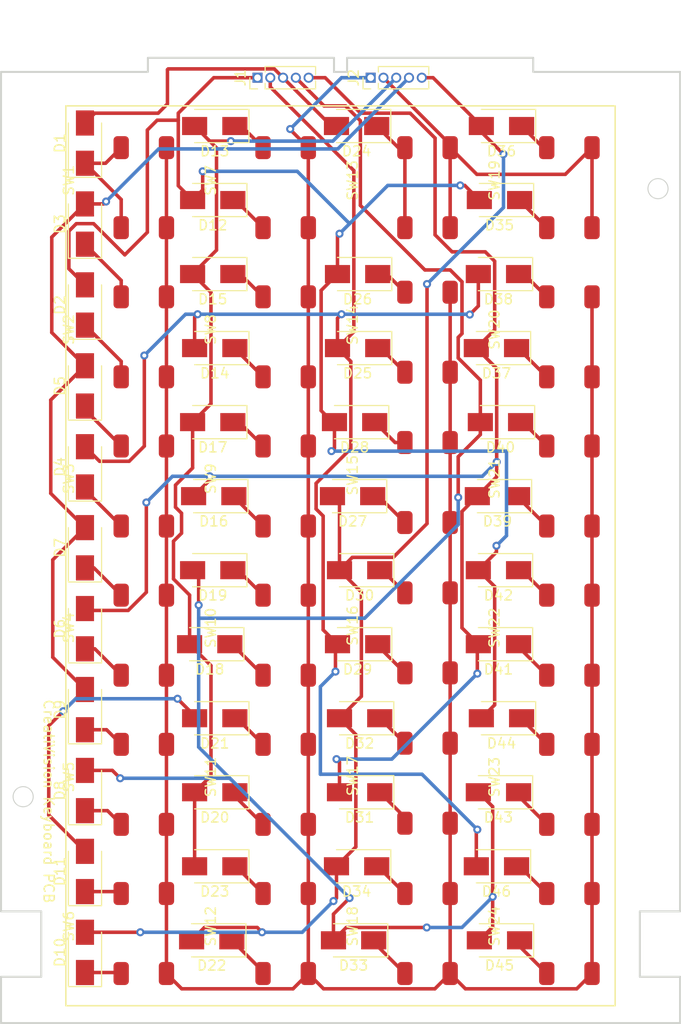
<source format=kicad_pcb>
(kicad_pcb (version 20211014) (generator pcbnew)
  (layers (0 "F.Cu" signal) (31 "B.Cu" signal) (34 "B.Paste" user) (35 "F.Paste" user) (36 "B.SilkS" user "B.Silkscreen") (37 "F.SilkS" user "F.Silkscreen") (38 "B.Mask" user) (39 "F.Mask" user) (44 "Edge.Cuts" user))
  (net 0 "")
  (net 1 "Net-(D1-Pad1)")
  (net 2 "Net-(D1-Pad2)")
  (net 3 "Net-(D2-Pad1)")
  (net 4 "Net-(D12-Pad2)")
  (net 5 "Net-(D3-Pad1)")
  (net 6 "Net-(D11-Pad2)")
  (net 7 "Net-(D4-Pad1)")
  (net 8 "Net-(D14-Pad2)")
  (net 9 "Net-(D5-Pad1)")
  (net 10 "Net-(D6-Pad1)")
  (net 11 "Net-(D16-Pad2)")
  (net 12 "Net-(D7-Pad1)")
  (net 13 "Net-(D8-Pad1)")
  (net 14 "Net-(D19-Pad2)")
  (net 15 "Net-(D9-Pad1)")
  (net 16 "Net-(D10-Pad1)")
  (net 17 "Net-(D10-Pad2)")
  (net 18 "Net-(D11-Pad1)")
  (net 19 "Net-(D12-Pad1)")
  (net 20 "Net-(D13-Pad1)")
  (net 21 "Net-(D13-Pad2)")
  (net 22 "Net-(D14-Pad1)")
  (net 23 "Net-(D15-Pad1)")
  (net 24 "Net-(D16-Pad1)")
  (net 25 "Net-(D17-Pad1)")
  (net 26 "Net-(D18-Pad1)")
  (net 27 "Net-(D19-Pad1)")
  (net 28 "Net-(D20-Pad1)")
  (net 29 "Net-(D21-Pad1)")
  (net 30 "Net-(D22-Pad1)")
  (net 31 "Net-(D23-Pad1)")
  (net 32 "Net-(D24-Pad1)")
  (net 33 "Net-(D25-Pad1)")
  (net 34 "Net-(D26-Pad1)")
  (net 35 "Net-(D27-Pad1)")
  (net 36 "Net-(D28-Pad1)")
  (net 37 "Net-(D29-Pad1)")
  (net 38 "Net-(D30-Pad1)")
  (net 39 "Net-(D31-Pad1)")
  (net 40 "Net-(D32-Pad1)")
  (net 41 "Net-(D33-Pad1)")
  (net 42 "Net-(D34-Pad1)")
  (net 43 "Net-(D35-Pad1)")
  (net 44 "Net-(D36-Pad1)")
  (net 45 "Net-(D37-Pad1)")
  (net 46 "Net-(D38-Pad1)")
  (net 47 "Net-(D39-Pad1)")
  (net 48 "Net-(D40-Pad1)")
  (net 49 "Net-(D41-Pad1)")
  (net 50 "Net-(D42-Pad1)")
  (net 51 "Net-(D43-Pad1)")
  (net 52 "Net-(D44-Pad1)")
  (net 53 "Net-(D45-Pad1)")
  (net 54 "Net-(D46-Pad1)")
  (net 55 "Net-(J2-Pad1)")
  (net 56 "Net-(J2-Pad2)")
  (footprint "Connector_PinHeader_1.27mm:PinHeader_1x05_P1.27mm_Vertical" (layer "F.Cu") (at 138.9 33.7 90)
    (fp_text reference "J2")
    (fp_text value "Conn_01x05_Female")
  )
  (footprint "Diode_SMD:D_SMA" (layer "F.Cu") (at 123.4 60.563635 180)
    (fp_text reference "D14")
    (fp_text value "CES521,L3F")
  )
  (footprint "CheshBits:Jaycar SMD Tactical switch" (layer "F.Cu") (at 109.4 118 90)
    (fp_text reference "SW6")
    (fp_text value "6A")
  )
  (footprint "CheshBits:Jaycar SMD Tactical switch" (layer "F.Cu") (at 151.7 88.36 90)
    (fp_text reference "SW22")
    (fp_text value "4D")
  )
  (footprint "Diode_SMD:D_SMA" (layer "F.Cu") (at 151.6 82.62727 180)
    (fp_text reference "D42")
    (fp_text value "CES521,L3F")
  )
  (footprint "Diode_SMD:D_SMA" (layer "F.Cu") (at 151.7 119.4 180)
    (fp_text reference "D45")
    (fp_text value "CES521,L3F")
  )
  (footprint "Diode_SMD:D_SMA" (layer "F.Cu") (at 137.8 82.62727 180)
    (fp_text reference "D30")
    (fp_text value "CES521,L3F")
  )
  (footprint "Diode_SMD:D_SMA" (layer "F.Cu") (at 110.5 104.52 90)
    (fp_text reference "D8")
    (fp_text value "CES521,L3F")
  )
  (footprint "Diode_SMD:D_SMA" (layer "F.Cu") (at 110.5 88.44 90)
    (fp_text reference "D6")
    (fp_text value "CES521,L3F")
  )
  (footprint "Diode_SMD:D_SMA" (layer "F.Cu") (at 151.7 45.854545 180)
    (fp_text reference "D35")
    (fp_text value "CES521,L3F")
  )
  (footprint "CheshBits:Jaycar SMD Tactical switch" (layer "F.Cu") (at 123.5 58.72 90)
    (fp_text reference "SW8")
    (fp_text value "2B")
  )
  (footprint "CheshBits:Jaycar SMD Tactical switch" (layer "F.Cu") (at 123.5 73.54 90)
    (fp_text reference "SW9")
    (fp_text value "3B")
  )
  (footprint "CheshBits:Jaycar SMD Tactical switch" (layer "F.Cu") (at 151.7 103.18 90)
    (fp_text reference "SW23")
    (fp_text value "5D")
  )
  (footprint "Diode_SMD:D_SMA" (layer "F.Cu") (at 110.5 40.2 90)
    (fp_text reference "D1")
    (fp_text value "CES521,L3F")
  )
  (footprint "Diode_SMD:D_SMA" (layer "F.Cu") (at 137.8 97.33636 180)
    (fp_text reference "D32")
    (fp_text value "CES521,L3F")
  )
  (footprint "CheshBits:Jaycar SMD Tactical switch" (layer "F.Cu") (at 109.4 73.54 90)
    (fp_text reference "SW3")
    (fp_text value "3A")
  )
  (footprint "Diode_SMD:D_SMA" (layer "F.Cu") (at 151.6 104.690905 180)
    (fp_text reference "D43")
    (fp_text value "CES521,L3F")
  )
  (footprint "Diode_SMD:D_SMA" (layer "F.Cu") (at 123.1 119.4 180)
    (fp_text reference "D22")
    (fp_text value "CES521,L3F")
  )
  (footprint "CheshBits:Jaycar SMD Tactical switch" (layer "F.Cu") (at 151.7 118 90)
    (fp_text reference "SW24")
    (fp_text value "6D")
  )
  (footprint "Diode_SMD:D_SMA" (layer "F.Cu") (at 110.5 120.6 90)
    (fp_text reference "D10")
    (fp_text value "CES521,L3F")
  )
  (footprint "CheshBits:Jaycar SMD Tactical switch" (layer "F.Cu") (at 123.5 103.18 90)
    (fp_text reference "SW11")
    (fp_text value "5B")
  )
  (footprint "CheshBits:Jaycar SMD Tactical switch" (layer "F.Cu") (at 109.4 58.72 90)
    (fp_text reference "SW2")
    (fp_text value "2A")
  )
  (footprint "Diode_SMD:D_SMA" (layer "F.Cu") (at 123.4 38.5 180)
    (fp_text reference "D13")
    (fp_text value "CES521,L3F")
  )
  (footprint "Diode_SMD:D_SMA" (layer "F.Cu") (at 110.5 96.48 90)
    (fp_text reference "D9")
    (fp_text value "CES521,L3F")
  )
  (footprint "Diode_SMD:D_SMA" (layer "F.Cu") (at 123.2 45.854545 180)
    (fp_text reference "D12")
    (fp_text value "CES521,L3F")
  )
  (footprint "Diode_SMD:D_SMA" (layer "F.Cu") (at 151.9 97.33636 180)
    (fp_text reference "D44")
    (fp_text value "CES521,L3F")
  )
  (footprint "Diode_SMD:D_SMA" (layer "F.Cu") (at 123.2 67.91818 180)
    (fp_text reference "D17")
    (fp_text value "CES521,L3F")
  )
  (footprint "Diode_SMD:D_SMA" (layer "F.Cu") (at 151.5 75.272725 180)
    (fp_text reference "D39")
    (fp_text value "CES521,L3F")
  )
  (footprint "Diode_SMD:D_SMA" (layer "F.Cu") (at 151.8 67.91818 180)
    (fp_text reference "D40")
    (fp_text value "CES521,L3F")
  )
  (footprint "CheshBits:Jaycar SMD Tactical switch" (layer "F.Cu") (at 151.7 43.9 90)
    (fp_text reference "SW19")
    (fp_text value "1D")
  )
  (footprint "Diode_SMD:D_SMA" (layer "F.Cu") (at 137.5 38.5 180)
    (fp_text reference "D24")
    (fp_text value "CES521,L3F")
  )
  (footprint "CheshBits:Jaycar SMD Tactical switch" (layer "F.Cu") (at 109.4 43.9 90)
    (fp_text reference "SW1")
    (fp_text value "1A")
  )
  (footprint "CheshBits:Jaycar SMD Tactical switch" (layer "F.Cu") (at 151.7 73.54 90)
    (fp_text reference "SW21")
    (fp_text value "3D")
  )
  (footprint "CheshBits:Jaycar SMD Tactical switch" (layer "F.Cu") (at 137.6 103.065 90)
    (fp_text reference "SW17")
    (fp_text value "5C")
  )
  (footprint "CheshBits:Jaycar SMD Tactical switch" (layer "F.Cu") (at 137.6 58.26 90)
    (fp_text reference "SW14")
    (fp_text value "2C")
  )
  (footprint "Diode_SMD:D_SMA" (layer "F.Cu") (at 137.6 53.20909 180)
    (fp_text reference "D26")
    (fp_text value "CES521,L3F")
  )
  (footprint "CheshBits:Jaycar SMD Tactical switch" (layer "F.Cu") (at 123.5 88.36 90)
    (fp_text reference "SW10")
    (fp_text value "4B")
  )
  (footprint "Diode_SMD:D_SMA" (layer "F.Cu") (at 151.6 53.20909 180)
    (fp_text reference "D38")
    (fp_text value "CES521,L3F")
  )
  (footprint "Diode_SMD:D_SMA" (layer "F.Cu") (at 110.5 48.24 90)
    (fp_text reference "D3")
    (fp_text value "CES521,L3F")
  )
  (footprint "Diode_SMD:D_SMA" (layer "F.Cu") (at 137.2 119.4 180)
    (fp_text reference "D33")
    (fp_text value "CES521,L3F")
  )
  (footprint "Diode_SMD:D_SMA" (layer "F.Cu") (at 110.5 64.32 90)
    (fp_text reference "D5")
    (fp_text value "CES521,L3F")
  )
  (footprint "Diode_SMD:D_SMA" (layer "F.Cu") (at 122.9 89.981815 180)
    (fp_text reference "D18")
    (fp_text value "CES521,L3F")
  )
  (footprint "Diode_SMD:D_SMA" (layer "F.Cu") (at 137.3 67.91818 180)
    (fp_text reference "D28")
    (fp_text value "CES521,L3F")
  )
  (footprint "CheshBits:Jaycar SMD Tactical switch" (layer "F.Cu") (at 109.4 88.36 90)
    (fp_text reference "SW4")
    (fp_text value "4A")
  )
  (footprint "CheshBits:Jaycar SMD Tactical switch" (layer "F.Cu") (at 123.5 118 90)
    (fp_text reference "SW12")
    (fp_text value "6B")
  )
  (footprint "Diode_SMD:D_SMA" (layer "F.Cu") (at 110.5 72.36 90)
    (fp_text reference "D4")
    (fp_text value "CES521,L3F")
  )
  (footprint "Diode_SMD:D_SMA" (layer "F.Cu") (at 110.5 112.56 90)
    (fp_text reference "D11")
    (fp_text value "CES521,L3F")
  )
  (footprint "Diode_SMD:D_SMA" (layer "F.Cu") (at 123.4 97.33636 180)
    (fp_text reference "D21")
    (fp_text value "CES521,L3F")
  )
  (footprint "Diode_SMD:D_SMA" (layer "F.Cu") (at 137.1 75.272725 180)
    (fp_text reference "D27")
    (fp_text value "CES521,L3F")
  )
  (footprint "CheshBits:Jaycar SMD Tactical switch" (layer "F.Cu") (at 137.6 88.13 90)
    (fp_text reference "SW16")
    (fp_text value "4C")
  )
  (footprint "Diode_SMD:D_SMA" (layer "F.Cu") (at 137.8 104.690905 180)
    (fp_text reference "D31")
    (fp_text value "CES521,L3F")
  )
  (footprint "Diode_SMD:D_SMA" (layer "F.Cu") (at 110.5 56.28 90)
    (fp_text reference "D2")
    (fp_text value "CES521,L3F")
  )
  (footprint "Diode_SMD:D_SMA" (layer "F.Cu") (at 110.5 80.4 90)
    (fp_text reference "D7")
    (fp_text value "CES521,L3F")
  )
  (footprint "Diode_SMD:D_SMA" (layer "F.Cu") (at 137.5 112.04545 180)
    (fp_text reference "D34")
    (fp_text value "CES521,L3F")
  )
  (footprint "Connector_PinHeader_1.27mm:PinHeader_1x05_P1.27mm_Vertical" (layer "F.Cu") (at 127.65 33.7 90)
    (fp_text reference "J1")
    (fp_text value "Conn_01x05_Female")
  )
  (footprint "Diode_SMD:D_SMA" (layer "F.Cu") (at 151.4 112.04545 180)
    (fp_text reference "D46")
    (fp_text value "CES521,L3F")
  )
  (footprint "Diode_SMD:D_SMA" (layer "F.Cu") (at 151.4 60.563635 180)
    (fp_text reference "D37")
    (fp_text value "CES521,L3F")
  )
  (footprint "Diode_SMD:D_SMA" (layer "F.Cu") (at 137.6 89.981815 180)
    (fp_text reference "D29")
    (fp_text value "CES521,L3F")
  )
  (footprint "Diode_SMD:D_SMA" (layer "F.Cu") (at 123.4 112.04545 180)
    (fp_text reference "D23")
    (fp_text value "CES521,L3F")
  )
  (footprint "Diode_SMD:D_SMA" (layer "F.Cu") (at 123.2 53.20909 180)
    (fp_text reference "D15")
    (fp_text value "CES521,L3F")
  )
  (footprint "Diode_SMD:D_SMA" (layer "F.Cu") (at 123.3 75.272725 180)
    (fp_text reference "D16")
    (fp_text value "CES521,L3F")
  )
  (footprint "CheshBits:Jaycar SMD Tactical switch" (layer "F.Cu") (at 137.6 73.195 90)
    (fp_text reference "SW15")
    (fp_text value "3C")
  )
  (footprint "CheshBits:Jaycar SMD Tactical switch" (layer "F.Cu") (at 137.6 118 90)
    (fp_text reference "SW18")
    (fp_text value "6C")
  )
  (footprint "CheshBits:Jaycar SMD Tactical switch" (layer "F.Cu") (at 137.6 43.9 90)
    (fp_text reference "SW13")
    (fp_text value "1C")
  )
  (footprint "CheshBits:Jaycar SMD Tactical switch" (layer "F.Cu") (at 109.4 103.18 90)
    (fp_text reference "SW5")
    (fp_text value "5A")
  )
  (footprint "Diode_SMD:D_SMA" (layer "F.Cu") (at 151.6 89.981815 180)
    (fp_text reference "D41")
    (fp_text value "CES521,L3F")
  )
  (footprint "Diode_SMD:D_SMA" (layer "F.Cu") (at 137.6 60.563635 180)
    (fp_text reference "D25")
    (fp_text value "CES521,L3F")
  )
  (footprint "CheshBits:Jaycar SMD Tactical switch" (layer "F.Cu") (at 123.5 43.9 90)
    (fp_text reference "SW7")
    (fp_text value "1B")
  )
  (footprint "CheshBits:Jaycar SMD Tactical switch" (layer "F.Cu") (at 151.7 58.72 90)
    (fp_text reference "SW20")
    (fp_text value "2D")
  )
  (footprint "Diode_SMD:D_SMA" (layer "F.Cu") (at 123.4 104.690905 180)
    (fp_text reference "D20")
    (fp_text value "CES521,L3F")
  )
  (footprint "Diode_SMD:D_SMA" (layer "F.Cu") (at 123.2 82.62727 180)
    (fp_text reference "D19")
    (fp_text value "CES521,L3F")
  )
  (footprint "Diode_SMD:D_SMA" (layer "F.Cu") (at 151.9 38.5 180)
    (fp_text reference "D36")
    (fp_text value "CES521,L3F")
  )
  (gr_rect (start 108.6 36.5) (end 163.2 125.9) (layer "F.SilkS") (width 0.15) (fill none))
  (gr_circle (center 104.35428 105.132499) (end 105.35428 105.132499) (layer "Edge.Cuts") (width 0.1) (fill none))
  (gr_circle (center 167.459492 44.722663) (end 168.459492 44.722663) (layer "Edge.Cuts") (width 0.1) (fill none))
  (gr_poly (pts (xy 169.654 123.024) (xy 165.654 123.024) (xy 165.654 116.524) (xy 169.654 116.524) (xy 169.654 33.124) (xy 155.054 33.124) (xy 155.054 31.724) (xy 136.554 31.724) (xy 136.554 33.124) (xy 135.254 33.124) (xy 135.254 31.724) (xy 116.754 31.724) (xy 116.754 33.124) (xy 102.154 33.124) (xy 102.154 116.524) (xy 106.154 116.524) (xy 106.154 123.024) (xy 102.154 123.024) (xy 102.154 127.624) (xy 169.654 127.624)) (layer "Edge.Cuts") (width 0.2) (fill none))
  (gr_text "CreatiVision Keyboard PCB" (at 106.9 105.6 -90) (layer "F.SilkS") (effects (font (size 1 1))))
  (segment (start 114.1 45.8) (end 114.1 48.6) (width 0.35) (layer "F.Cu") (net 1))
  (segment (start 112.55 42.2) (end 114.1 40.65) (width 0.35) (layer "F.Cu") (net 1))
  (segment (start 110.5 42.2) (end 114.1 45.8) (width 0.35) (layer "F.Cu") (net 1))
  (segment (start 110.5 42.2) (end 112.55 42.2) (width 0.35) (layer "F.Cu") (net 1))
  (segment (start 129.315489 32.825489) (end 130.19 33.7) (width 0.35) (layer "F.Cu") (net 2))
  (segment (start 118.7 36.3) (end 118.7 32.9) (width 0.35) (layer "F.Cu") (net 2))
  (segment (start 118.774511 32.825489) (end 129.315489 32.825489) (width 0.35) (layer "F.Cu") (net 2))
  (segment (start 134.99 38.5) (end 135.5 38.5) (width 0.35) (layer "F.Cu") (net 2))
  (segment (start 118.7 32.9) (end 118.774511 32.825489) (width 0.35) (layer "F.Cu") (net 2))
  (segment (start 117.774511 37.225489) (end 118.7 36.3) (width 0.35) (layer "F.Cu") (net 2))
  (segment (start 111.474511 37.225489) (end 117.774511 37.225489) (width 0.35) (layer "F.Cu") (net 2))
  (segment (start 130.19 33.7) (end 134.99 38.5) (width 0.35) (layer "F.Cu") (net 2))
  (segment (start 110.5 38.2) (end 111.474511 37.225489) (width 0.35) (layer "F.Cu") (net 2))
  (segment (start 114.1 61.88) (end 114.1 63.42) (width 0.35) (layer "F.Cu") (net 3))
  (segment (start 110.5 58.28) (end 114.1 61.88) (width 0.35) (layer "F.Cu") (net 3))
  (segment (start 135.3 67.91818) (end 135.3 70.5) (width 0.35) (layer "F.Cu") (net 4))
  (segment (start 119.775489 37.225489) (end 119.775489 37.924511) (width 0.35) (layer "F.Cu") (net 4))
  (segment (start 122.2 44.854545) (end 121.2 45.854545) (width 0.35) (layer "F.Cu") (net 4))
  (segment (start 151.224511 96.011849) (end 151.224511 84.251781) (width 0.35) (layer "F.Cu") (net 4))
  (segment (start 122.2 43) (end 122.2 44.854545) (width 0.35) (layer "F.Cu") (net 4))
  (segment (start 110.5 54.28) (end 108.9 52.68) (width 0.35) (layer "F.Cu") (net 4))
  (segment (start 135.11818 67.91818) (end 135.3 67.91818) (width 0.35) (layer "F.Cu") (net 4))
  (segment (start 148.245455 44.4) (end 149.7 45.854545) (width 0.35) (layer "F.Cu") (net 4))
  (segment (start 149.9 97.33636) (end 151.224511 96.011849) (width 0.35) (layer "F.Cu") (net 4))
  (segment (start 108.9 48.940978) (end 109.640978 48.2) (width 0.35) (layer "F.Cu") (net 4))
  (segment (start 135.6 53.20909) (end 135.6 49.4) (width 0.35) (layer "F.Cu") (net 4))
  (segment (start 117.675489 37.924511) (end 119.775489 37.924511) (width 0.35) (layer "F.Cu") (net 4))
  (segment (start 119.775489 37.924511) (end 119.775489 44.430034) (width 0.35) (layer "F.Cu") (net 4))
  (segment (start 135.6 53.20909) (end 133.975489 54.833601) (width 0.35) (layer "F.Cu") (net 4))
  (segment (start 111.359022 48.2) (end 114.459022 51.3) (width 0.35) (layer "F.Cu") (net 4))
  (segment (start 151.4 80.82727) (end 149.6 82.62727) (width 0.35) (layer "F.Cu") (net 4))
  (segment (start 116.7 49.059022) (end 116.7 38.9) (width 0.35) (layer "F.Cu") (net 4))
  (segment (start 133.975489 54.833601) (end 133.975489 66.775489) (width 0.35) (layer "F.Cu") (net 4))
  (segment (start 116.7 38.9) (end 117.675489 37.924511) (width 0.35) (layer "F.Cu") (net 4))
  (segment (start 119.775489 44.430034) (end 121.2 45.854545) (width 0.35) (layer "F.Cu") (net 4))
  (segment (start 135.6 49.4) (end 135.8 49.2) (width 0.35) (layer "F.Cu") (net 4))
  (segment (start 147.8 44.4) (end 148.245455 44.4) (width 0.35) (layer "F.Cu") (net 4))
  (segment (start 151.4 80.2) (end 151.4 80.82727) (width 0.35) (layer "F.Cu") (net 4))
  (segment (start 127.65 33.7) (end 123.300978 33.7) (width 0.35) (layer "F.Cu") (net 4))
  (segment (start 133.975489 66.775489) (end 135.11818 67.91818) (width 0.35) (layer "F.Cu") (net 4))
  (segment (start 109.640978 48.2) (end 111.359022 48.2) (width 0.35) (layer "F.Cu") (net 4))
  (segment (start 108.9 52.68) (end 108.9 48.940978) (width 0.35) (layer "F.Cu") (net 4))
  (segment (start 135.3 70.5) (end 135 70.8) (width 0.35) (layer "F.Cu") (net 4))
  (segment (start 123.300978 33.7) (end 119.775489 37.225489) (width 0.35) (layer "F.Cu") (net 4))
  (segment (start 114.459022 51.3) (end 116.7 49.059022) (width 0.35) (layer "F.Cu") (net 4))
  (segment (start 151.224511 84.251781) (end 149.6 82.62727) (width 0.35) (layer "F.Cu") (net 4))
  (via (at 135.8 49.2) (size 0.8) (drill 0.4) (layers "F.Cu" "B.Cu") (net 4))
  (via (at 122.2 43) (size 0.8) (drill 0.4) (layers "F.Cu" "B.Cu") (net 4))
  (via (at 147.8 44.4) (size 0.8) (drill 0.4) (layers "F.Cu" "B.Cu") (net 4))
  (via (at 135 70.8) (size 0.8) (drill 0.4) (layers "F.Cu" "B.Cu") (net 4))
  (via (at 151.4 80.2) (size 0.8) (drill 0.4) (layers "F.Cu" "B.Cu") (net 4))
  (segment (start 140.6 44.4) (end 147.8 44.4) (width 0.35) (layer "B.Cu") (net 4))
  (segment (start 131.6 43) (end 122.2 43) (width 0.35) (layer "B.Cu") (net 4))
  (segment (start 136.8 48.2) (end 131.6 43) (width 0.35) (layer "B.Cu") (net 4))
  (segment (start 152.4 79.2) (end 151.4 80.2) (width 0.35) (layer "B.Cu") (net 4))
  (segment (start 136.8 48.2) (end 140.6 44.4) (width 0.35) (layer "B.Cu") (net 4))
  (segment (start 152.4 70.8) (end 152.4 79.2) (width 0.35) (layer "B.Cu") (net 4))
  (segment (start 135.8 49.2) (end 136.8 48.2) (width 0.35) (layer "B.Cu") (net 4))
  (segment (start 135 70.8) (end 152.4 70.8) (width 0.35) (layer "B.Cu") (net 4))
  (segment (start 110.5 50.24) (end 114.1 53.84) (width 0.35) (layer "F.Cu") (net 5))
  (segment (start 114.1 53.84) (end 114.1 55.47) (width 0.35) (layer "F.Cu") (net 5))
  (segment (start 110.5 46.24) (end 107.2 49.54) (width 0.35) (layer "F.Cu") (net 6))
  (segment (start 106.9 106.96) (end 110.5 110.56) (width 0.35) (layer "F.Cu") (net 6))
  (segment (start 106.9 98.08) (end 106.9 106.96) (width 0.35) (layer "F.Cu") (net 6))
  (segment (start 110.5 94.48) (end 108.34 96.64) (width 0.35) (layer "F.Cu") (net 6))
  (segment (start 107.2 49.54) (end 107.2 59.02) (width 0.35) (layer "F.Cu") (net 6))
  (segment (start 121.4 97.1) (end 119.7 95.4) (width 0.35) (layer "F.Cu") (net 6))
  (segment (start 112.36 46.24) (end 112.6 46) (width 0.35) (layer "F.Cu") (net 6))
  (segment (start 107.1 65.72) (end 107.1 75) (width 0.35) (layer "F.Cu") (net 6))
  (segment (start 107.3 81.6) (end 107.3 91.28) (width 0.35) (layer "F.Cu") (net 6))
  (segment (start 107.3 91.28) (end 110.5 94.48) (width 0.35) (layer "F.Cu") (net 6))
  (segment (start 110.5 78.4) (end 107.3 81.6) (width 0.35) (layer "F.Cu") (net 6))
  (segment (start 110.5 46.24) (end 112.36 46.24) (width 0.35) (layer "F.Cu") (net 6))
  (segment (start 107.2 59.02) (end 110.5 62.32) (width 0.35) (layer "F.Cu") (net 6))
  (segment (start 121.4 97.33636) (end 121.4 97.1) (width 0.35) (layer "F.Cu") (net 6))
  (segment (start 108.34 96.64) (end 106.9 98.08) (width 0.35) (layer "F.Cu") (net 6))
  (segment (start 110.5 62.32) (end 107.1 65.72) (width 0.35) (layer "F.Cu") (net 6))
  (segment (start 107.1 75) (end 110.5 78.4) (width 0.35) (layer "F.Cu") (net 6))
  (via (at 119.7 95.4) (size 0.8) (drill 0.4) (layers "F.Cu" "B.Cu") (net 6))
  (via (at 108.34 96.64) (size 0.8) (drill 0.4) (layers "F.Cu" "B.Cu") (net 6))
  (via (at 112.6 46) (size 0.8) (drill 0.4) (layers "F.Cu" "B.Cu") (net 6))
  (segment (start 135.635499 40.774501) (end 142.71 33.7) (width 0.35) (layer "B.Cu") (net 6))
  (segment (start 112.6 46) (end 117.825499 40.774501) (width 0.35) (layer "B.Cu") (net 6))
  (segment (start 117.825499 40.774501) (end 135.635499 40.774501) (width 0.35) (layer "B.Cu") (net 6))
  (segment (start 119.7 95.4) (end 109.58 95.4) (width 0.35) (layer "B.Cu") (net 6))
  (segment (start 109.58 95.4) (end 108.34 96.64) (width 0.35) (layer "B.Cu") (net 6))
  (segment (start 110.5 74.64) (end 114.1 78.24) (width 0.35) (layer "F.Cu") (net 7))
  (segment (start 110.5 74.36) (end 110.5 74.64) (width 0.35) (layer "F.Cu") (net 7))
  (segment (start 111.94752 71.80752) (end 114.89248 71.80752) (width 0.35) (layer "F.Cu") (net 8))
  (segment (start 137.224511 42.924511) (end 137.224511 58.939124) (width 0.35) (layer "F.Cu") (net 8))
  (segment (start 136.924511 61.888146) (end 136.924511 70.549192) (width 0.35) (layer "F.Cu") (net 8))
  (segment (start 135.6 60.563635) (end 136.924511 61.888146) (width 0.35) (layer "F.Cu") (net 8))
  (segment (start 134.175489 88.557304) (end 135.6 89.981815) (width 0.35) (layer "F.Cu") (net 8))
  (segment (start 128.92 34.62) (end 137.224511 42.924511) (width 0.35) (layer "F.Cu") (net 8))
  (segment (start 149.4 108.5) (end 149.5 108.4) (width 0.35) (layer "F.Cu") (net 8))
  (segment (start 121.4 60.563635) (end 121.4 57.5) (width 0.35) (layer "F.Cu") (net 8))
  (segment (start 110.5 70.36) (end 111.94752 71.80752) (width 0.35) (layer "F.Cu") (net 8))
  (segment (start 128.92 33.7) (end 128.92 34.62) (width 0.35) (layer "F.Cu") (net 8))
  (segment (start 135.6 57.6) (end 136 57.2) (width 0.35) (layer "F.Cu") (net 8))
  (segment (start 149.6 56.379604) (end 148.749989 57.229615) (width 0.35) (layer "F.Cu") (net 8))
  (segment (start 114.89248 71.80752) (end 116.4 70.3) (width 0.35) (layer "F.Cu") (net 8))
  (segment (start 149.6 53.20909) (end 149.6 56.379604) (width 0.35) (layer "F.Cu") (net 8))
  (segment (start 121.4 57.5) (end 121.7 57.2) (width 0.35) (layer "F.Cu") (net 8))
  (segment (start 116.4 70.3) (end 116.4 61.3) (width 0.35) (layer "F.Cu") (net 8))
  (segment (start 137.224511 58.939124) (end 135.6 60.563635) (width 0.35) (layer "F.Cu") (net 8))
  (segment (start 135.6 60.563635) (end 135.6 57.6) (width 0.35) (layer "F.Cu") (net 8))
  (segment (start 133.475489 73.998214) (end 133.475489 76.547236) (width 0.35) (layer "F.Cu") (net 8))
  (segment (start 133.475489 76.547236) (end 134.175489 77.247236) (width 0.35) (layer "F.Cu") (net 8))
  (segment (start 134.175489 77.247236) (end 134.175489 88.557304) (width 0.35) (layer "F.Cu") (net 8))
  (segment (start 136.924511 70.549192) (end 133.475489 73.998214) (width 0.35) (layer "F.Cu") (net 8))
  (segment (start 135.4 92.7) (end 135.4 90.181815) (width 0.35) (layer "F.Cu") (net 8))
  (segment (start 135.4 90.181815) (end 135.6 89.981815) (width 0.35) (layer "F.Cu") (net 8))
  (segment (start 149.4 112.04545) (end 149.4 108.5) (width 0.35) (layer "F.Cu") (net 8))
  (via (at 116.4 61.3) (size 0.8) (drill 0.4) (layers "F.Cu" "B.Cu") (net 8))
  (via (at 121.7 57.2) (size 0.8) (drill 0.4) (layers "F.Cu" "B.Cu") (net 8))
  (via (at 149.5 108.4) (size 0.8) (drill 0.4) (layers "F.Cu" "B.Cu") (net 8))
  (via (at 135.4 92.7) (size 0.8) (drill 0.4) (layers "F.Cu" "B.Cu") (net 8))
  (via (at 148.749989 57.229615) (size 0.8) (drill 0.4) (layers "F.Cu" "B.Cu") (net 8))
  (via (at 136 57.2) (size 0.8) (drill 0.4) (layers "F.Cu" "B.Cu") (net 8))
  (segment (start 136 57.2) (end 148.720374 57.2) (width 0.35) (layer "B.Cu") (net 8))
  (segment (start 148.720374 57.2) (end 148.749989 57.229615) (width 0.35) (layer "B.Cu") (net 8))
  (segment (start 133.9 94.2) (end 135.4 92.7) (width 0.35) (layer "B.Cu") (net 8))
  (segment (start 133.9 102.9) (end 133.9 94.2) (width 0.35) (layer "B.Cu") (net 8))
  (segment (start 144 102.9) (end 133.9 102.9) (width 0.35) (layer "B.Cu") (net 8))
  (segment (start 149.5 108.4) (end 144 102.9) (width 0.35) (layer "B.Cu") (net 8))
  (segment (start 120.5 57.2) (end 121.7 57.2) (width 0.35) (layer "B.Cu") (net 8))
  (segment (start 121.7 57.2) (end 136 57.2) (width 0.35) (layer "B.Cu") (net 8))
  (segment (start 116.4 61.3) (end 120.5 57.2) (width 0.35) (layer "B.Cu") (net 8))
  (segment (start 110.5 66.32) (end 110.5 66.69) (width 0.35) (layer "F.Cu") (net 9))
  (segment (start 110.5 66.69) (end 114.1 70.29) (width 0.35) (layer "F.Cu") (net 9))
  (segment (start 111.48 90.44) (end 114.1 93.06) (width 0.35) (layer "F.Cu") (net 10))
  (segment (start 110.5 90.44) (end 111.48 90.44) (width 0.35) (layer "F.Cu") (net 10))
  (segment (start 135.8 104.690905) (end 135.8 101.7) (width 0.35) (layer "F.Cu") (net 11))
  (segment (start 151.424511 62.588146) (end 149.4 60.563635) (width 0.35) (layer "F.Cu") (net 11))
  (segment (start 149.6 89.981815) (end 147.975489 88.357304) (width 0.35) (layer "F.Cu") (net 11))
  (segment (start 122.9 73.3) (end 122.9 73.672725) (width 0.35) (layer "F.Cu") (net 11))
  (segment (start 135.8 101.7) (end 135.5 101.4) (width 0.35) (layer "F.Cu") (net 11))
  (segment (start 149.5 90.081815) (end 149.6 89.981815) (width 0.35) (layer "F.Cu") (net 11))
  (segment (start 114.793946 86.62752) (end 116.6 84.821466) (width 0.35) (layer "F.Cu") (net 11))
  (segment (start 142.825489 37.225489) (end 145.3 39.7) (width 0.35) (layer "F.Cu") (net 11))
  (segment (start 151.224511 58.739124) (end 149.4 60.563635) (width 0.35) (layer "F.Cu") (net 11))
  (segment (start 149.5 75.272725) (end 151.424511 73.348214) (width 0.35) (layer "F.Cu") (net 11))
  (segment (start 146.988534 51) (end 150.289932 51) (width 0.35) (layer "F.Cu") (net 11))
  (segment (start 151.424511 71.875489) (end 151.424511 62.588146) (width 0.35) (layer "F.Cu") (net 11))
  (segment (start 151.224511 51.934579) (end 151.224511 58.739124) (width 0.35) (layer "F.Cu") (net 11))
  (segment (start 145.3 39.7) (end 145.3 49.311466) (width 0.35) (layer "F.Cu") (net 11))
  (segment (start 110.68752 86.62752) (end 114.793946 86.62752) (width 0.35) (layer "F.Cu") (net 11))
  (segment (start 132.73 33.7) (end 134.376147 33.7) (width 0.35) (layer "F.Cu") (net 11))
  (segment (start 110.5 86.44) (end 110.68752 86.62752) (width 0.35) (layer "F.Cu") (net 11))
  (segment (start 116.6 84.821466) (end 116.6 75.9) (width 0.35) (layer "F.Cu") (net 11))
  (segment (start 137.901636 37.225489) (end 142.825489 37.225489) (width 0.35) (layer "F.Cu") (net 11))
  (segment (start 150.289932 51) (end 151.224511 51.934579) (width 0.35) (layer "F.Cu") (net 11))
  (segment (start 147.975489 88.357304) (end 147.975489 76.797236) (width 0.35) (layer "F.Cu") (net 11))
  (segment (start 147.975489 76.797236) (end 149.5 75.272725) (width 0.35) (layer "F.Cu") (net 11))
  (segment (start 145.3 49.311466) (end 146.988534 51) (width 0.35) (layer "F.Cu") (net 11))
  (segment (start 134.376147 33.7) (end 137.901636 37.225489) (width 0.35) (layer "F.Cu") (net 11))
  (segment (start 149.5 92.9) (end 149.5 90.081815) (width 0.35) (layer "F.Cu") (net 11))
  (segment (start 122.9 73.672725) (end 121.3 75.272725) (width 0.35) (layer "F.Cu") (net 11))
  (segment (start 151.424511 73.348214) (end 151.424511 71.875489) (width 0.35) (layer "F.Cu") (net 11))
  (via (at 149.5 92.9) (size 0.8) (drill 0.4) (layers "F.Cu" "B.Cu") (net 11))
  (via (at 122.9 73.3) (size 0.8) (drill 0.4) (layers "F.Cu" "B.Cu") (net 11))
  (via (at 135.5 101.4) (size 0.8) (drill 0.4) (layers "F.Cu" "B.Cu") (net 11))
  (via (at 151.424511 71.875489) (size 0.8) (drill 0.4) (layers "F.Cu" "B.Cu") (net 11))
  (via (at 116.6 75.9) (size 0.8) (drill 0.4) (layers "F.Cu" "B.Cu") (net 11))
  (segment (start 141 101.4) (end 149.5 92.9) (width 0.35) (layer "B.Cu") (net 11))
  (segment (start 119.2 73.3) (end 122.9 73.3) (width 0.35) (layer "B.Cu") (net 11))
  (segment (start 122.9 73.3) (end 150 73.3) (width 0.35) (layer "B.Cu") (net 11))
  (segment (start 116.6 75.9) (end 119.2 73.3) (width 0.35) (layer "B.Cu") (net 11))
  (segment (start 150 73.3) (end 151.424511 71.875489) (width 0.35) (layer "B.Cu") (net 11))
  (segment (start 135.5 101.4) (end 141 101.4) (width 0.35) (layer "B.Cu") (net 11))
  (segment (start 110.5 82.4) (end 111.39 82.4) (width 0.35) (layer "F.Cu") (net 12))
  (segment (start 111.39 82.4) (end 114.1 85.11) (width 0.35) (layer "F.Cu") (net 12))
  (segment (start 112.74 106.52) (end 114.1 107.88) (width 0.35) (layer "F.Cu") (net 13))
  (segment (start 110.5 106.52) (end 112.74 106.52) (width 0.35) (layer "F.Cu") (net 13))
  (segment (start 135.2 119.4) (end 135.2 116.8) (width 0.35) (layer "F.Cu") (net 14))
  (segment (start 151.024511 106.115416) (end 149.6 104.690905) (width 0.35) (layer "F.Cu") (net 14))
  (segment (start 147.6 75.4) (end 147.6 71.356466) (width 0.35) (layer "F.Cu") (net 14))
  (segment (start 135.2 116.8) (end 136.8 115.2) (width 0.35) (layer "F.Cu") (net 14))
  (segment (start 147.6 71.356466) (end 149.8 69.156466) (width 0.35) (layer "F.Cu") (net 14))
  (segment (start 131.46 33.7) (end 134.26 36.5) (width 0.35) (layer "F.Cu") (net 14))
  (segment (start 136.474511 118.125489) (end 144.474511 118.125489) (width 0.35) (layer "F.Cu") (net 14))
  (segment (start 149.8 69.156466) (end 149.8 67.91818) (width 0.35) (layer "F.Cu") (net 14))
  (segment (start 135.2 119.4) (end 136.474511 118.125489) (width 0.35) (layer "F.Cu") (net 14))
  (segment (start 137.875489 37.976467) (end 137.875489 46.386955) (width 0.35) (layer "F.Cu") (net 14))
  (segment (start 144.288534 52.8) (end 146.801466 52.8) (width 0.35) (layer "F.Cu") (net 14))
  (segment (start 147.975489 59.124511) (end 147.6 59.5) (width 0.35) (layer "F.Cu") (net 14))
  (segment (start 137.875489 46.386955) (end 144.288534 52.8) (width 0.35) (layer "F.Cu") (net 14))
  (segment (start 134.26 36.5) (end 136.399022 36.5) (width 0.35) (layer "F.Cu") (net 14))
  (segment (start 114 103.3) (end 113.22 102.52) (width 0.35) (layer "F.Cu") (net 14))
  (segment (start 113.22 102.52) (end 110.5 102.52) (width 0.35) (layer "F.Cu") (net 14))
  (segment (start 149.8 63.748534) (end 149.8 67.91818) (width 0.35) (layer "F.Cu") (net 14))
  (segment (start 151.024511 115.075489) (end 151.024511 106.115416) (width 0.35) (layer "F.Cu") (net 14))
  (segment (start 136.399022 36.5) (end 137.875489 37.976467) (width 0.35) (layer "F.Cu") (net 14))
  (segment (start 147.6 61.548534) (end 149.8 63.748534) (width 0.35) (layer "F.Cu") (net 14))
  (segment (start 151.024511 118.075489) (end 151.024511 115.075489) (width 0.35) (layer "F.Cu") (net 14))
  (segment (start 147.975489 53.974023) (end 147.975489 59.124511) (width 0.35) (layer "F.Cu") (net 14))
  (segment (start 121.8 86.1) (end 121.8 83.22727) (width 0.35) (layer "F.Cu") (net 14))
  (segment (start 146.801466 52.8) (end 147.975489 53.974023) (width 0.35) (layer "F.Cu") (net 14))
  (segment (start 149.7 119.4) (end 151.024511 118.075489) (width 0.35) (layer "F.Cu") (net 14))
  (segment (start 121.8 83.22727) (end 121.2 82.62727) (width 0.35) (layer "F.Cu") (net 14))
  (segment (start 147.6 59.5) (end 147.6 61.548534) (width 0.35) (layer "F.Cu") (net 14))
  (via (at 136.8 115.2) (size 0.8) (drill 0.4) (layers "F.Cu" "B.Cu") (net 14))
  (via (at 121.8 86.1) (size 0.8) (drill 0.4) (layers "F.Cu" "B.Cu") (net 14))
  (via (at 114 103.3) (size 0.8) (drill 0.4) (layers "F.Cu" "B.Cu") (net 14))
  (via (at 151.024511 115.075489) (size 0.8) (drill 0.4) (layers "F.Cu" "B.Cu") (net 14))
  (via (at 147.6 75.4) (size 0.8) (drill 0.4) (layers "F.Cu" "B.Cu") (net 14))
  (via (at 144.474511 118.125489) (size 0.8) (drill 0.4) (layers "F.Cu" "B.Cu") (net 14))
  (segment (start 144.474511 118.125489) (end 147.974511 118.125489) (width 0.35) (layer "B.Cu") (net 14))
  (segment (start 121.8 100.2) (end 121.8 87.4) (width 0.35) (layer "B.Cu") (net 14))
  (segment (start 127.45 105.85) (end 121.8 100.2) (width 0.35) (layer "B.Cu") (net 14))
  (segment (start 138.3 87.4) (end 147.6 78.1) (width 0.35) (layer "B.Cu") (net 14))
  (segment (start 121.8 87.4) (end 121.8 86.1) (width 0.35) (layer "B.Cu") (net 14))
  (segment (start 121.8 87.4) (end 138.3 87.4) (width 0.35) (layer "B.Cu") (net 14))
  (segment (start 136.8 115.2) (end 127.45 105.85) (width 0.35) (layer "B.Cu") (net 14))
  (segment (start 124.9 103.3) (end 114 103.3) (width 0.35) (layer "B.Cu") (net 14))
  (segment (start 147.6 78.1) (end 147.6 75.4) (width 0.35) (layer "B.Cu") (net 14))
  (segment (start 147.974511 118.125489) (end 151.024511 115.075489) (width 0.35) (layer "B.Cu") (net 14))
  (segment (start 127.45 105.85) (end 124.9 103.3) (width 0.35) (layer "B.Cu") (net 14))
  (segment (start 110.5 98.48) (end 112.65 98.48) (width 0.35) (layer "F.Cu") (net 15))
  (segment (start 112.65 98.48) (end 114.1 99.93) (width 0.35) (layer "F.Cu") (net 15))
  (segment (start 114 122.6) (end 114.1 122.7) (width 0.35) (layer "F.Cu") (net 16))
  (segment (start 110.5 122.6) (end 114 122.6) (width 0.35) (layer "F.Cu") (net 16))
  (segment (start 149.9 39.1) (end 149.9 38.5) (width 0.35) (layer "F.Cu") (net 17))
  (segment (start 137.975489 95.160871) (end 137.975489 84.802759) (width 0.35) (layer "F.Cu") (net 17))
  (segment (start 127.625489 118.125489) (end 128.1 118.6) (width 0.35) (layer "F.Cu") (net 17))
  (segment (start 137.074511 81.352759) (end 141.147241 81.352759) (width 0.35) (layer "F.Cu") (net 17))
  (segment (start 137.424511 110.120939) (end 137.424511 98.960871) (width 0.35) (layer "F.Cu") (net 17))
  (segment (start 110.5 118.6) (end 116 118.6) (width 0.35) (layer "F.Cu") (net 17))
  (segment (start 135.8 82.62727) (end 135.8 75.972725) (width 0.35) (layer "F.Cu") (net 17))
  (segment (start 135.2 115.5) (end 135.5 115.2) (width 0.35) (layer "F.Cu") (net 17))
  (segment (start 122.374511 118.125489) (end 127.625489 118.125489) (width 0.35) (layer "F.Cu") (net 17))
  (segment (start 141.147241 81.352759) (end 144.5 78) (width 0.35) (layer "F.Cu") (net 17))
  (segment (start 121.1 119.4) (end 122.374511 118.125489) (width 0.35) (layer "F.Cu") (net 17))
  (segment (start 144.5 78) (end 144.5 54.2) (width 0.35) (layer "F.Cu") (net 17))
  (segment (start 135.8 82.62727) (end 137.074511 81.352759) (width 0.35) (layer "F.Cu") (net 17))
  (segment (start 143.98 33.7) (end 145.1 33.7) (width 0.35) (layer "F.Cu") (net 17))
  (segment (start 135.8 97.33636) (end 137.975489 95.160871) (width 0.35) (layer "F.Cu") (net 17))
  (segment (start 137.975489 84.802759) (end 135.8 82.62727) (width 0.35) (layer "F.Cu") (net 17))
  (segment (start 152.1 41.3) (end 149.9 39.1) (width 0.35) (layer "F.Cu") (net 17))
  (segment (start 135.8 75.972725) (end 135.1 75.272725) (width 0.35) (layer "F.Cu") (net 17))
  (segment (start 135.5 115.2) (end 135.5 112.04545) (width 0.35) (layer "F.Cu") (net 17))
  (segment (start 137.424511 98.960871) (end 135.8 97.33636) (width 0.35) (layer "F.Cu") (net 17))
  (segment (start 145.1 33.7) (end 149.9 38.5) (width 0.35) (layer "F.Cu") (net 17))
  (segment (start 135.5 112.04545) (end 137.424511 110.120939) (width 0.35) (layer "F.Cu") (net 17))
  (via (at 116 118.6) (size 0.8) (drill 0.4) (layers "F.Cu" "B.Cu") (net 17))
  (via (at 135.2 115.5) (size 0.8) (drill 0.4) (layers "F.Cu" "B.Cu") (net 17))
  (via (at 128.1 118.6) (size 0.8) (drill 0.4) (layers "F.Cu" "B.Cu") (net 17))
  (via (at 144.5 54.2) (size 0.8) (drill 0.4) (layers "F.Cu" "B.Cu") (net 17))
  (via (at 152.1 41.3) (size 0.8) (drill 0.4) (layers "F.Cu" "B.Cu") (net 17))
  (segment (start 144.5 54.2) (end 151.6 47.1) (width 0.35) (layer "B.Cu") (net 17))
  (segment (start 116 118.6) (end 128.1 118.6) (width 0.35) (layer "B.Cu") (net 17))
  (segment (start 152.1 46.6) (end 152.1 41.3) (width 0.35) (layer "B.Cu") (net 17))
  (segment (start 151.6 47.1) (end 152.1 46.6) (width 0.35) (layer "B.Cu") (net 17))
  (segment (start 128.1 118.6) (end 132.1 118.6) (width 0.35) (layer "B.Cu") (net 17))
  (segment (start 132.1 118.6) (end 135.2 115.5) (width 0.35) (layer "B.Cu") (net 17))
  (segment (start 113.91 114.56) (end 114.1 114.75) (width 0.35) (layer "F.Cu") (net 18))
  (segment (start 110.5 114.56) (end 113.91 114.56) (width 0.35) (layer "F.Cu") (net 18))
  (segment (start 125.2 45.854545) (end 125.454545 45.854545) (width 0.35) (layer "F.Cu") (net 19))
  (segment (start 125.454545 45.854545) (end 128.2 48.6) (width 0.35) (layer "F.Cu") (net 19))
  (segment (start 125.4 38.5) (end 126.05 38.5) (width 0.35) (layer "F.Cu") (net 20))
  (segment (start 126.05 38.5) (end 128.2 40.65) (width 0.35) (layer "F.Cu") (net 20))
  (segment (start 121.2 67.91818) (end 123.024511 66.093669) (width 0.35) (layer "F.Cu") (net 21))
  (segment (start 121.2 53.20909) (end 123.575489 50.833601) (width 0.35) (layer "F.Cu") (net 21))
  (segment (start 123.024511 66.093669) (end 123.024511 55.033601) (width 0.35) (layer "F.Cu") (net 21))
  (segment (start 119.5 76.371747) (end 119.5 74.173703) (width 0.35) (layer "F.Cu") (net 21))
  (segment (start 120.9 89.981815) (end 120.9 85.1) (width 0.35) (layer "F.Cu") (net 21))
  (segment (start 121.4 104.690905) (end 123.024511 103.066394) (width 0.35) (layer "F.Cu") (net 21))
  (segment (start 123.575489 50.833601) (end 123.575489 40.675489) (width 0.35) (layer "F.Cu") (net 21))
  (segment (start 122.9 40) (end 122.75 39.85) (width 0.35) (layer "F.Cu") (net 21))
  (segment (start 122.75 39.85) (end 121.4 38.5) (width 0.35) (layer "F.Cu") (net 21))
  (segment (start 125 40) (end 122.9 40) (width 0.35) (layer "F.Cu") (net 21))
  (segment (start 120.1 78.951466) (end 120.1 76.971747) (width 0.35) (layer "F.Cu") (net 21))
  (segment (start 123.024511 92.106326) (end 120.9 89.981815) (width 0.35) (layer "F.Cu") (net 21))
  (segment (start 121.2 72.473703) (end 121.2 67.91818) (width 0.35) (layer "F.Cu") (net 21))
  (segment (start 119.5 74.173703) (end 121.2 72.473703) (width 0.35) (layer "F.Cu") (net 21))
  (segment (start 121.4 112.04545) (end 121.4 104.690905) (width 0.35) (layer "F.Cu") (net 21))
  (segment (start 123.575489 40.675489) (end 122.75 39.85) (width 0.35) (layer "F.Cu") (net 21))
  (segment (start 119.3 83.5) (end 119.3 79.751466) (width 0.35) (layer "F.Cu") (net 21))
  (segment (start 123.024511 103.066394) (end 123.024511 92.106326) (width 0.35) (layer "F.Cu") (net 21))
  (segment (start 120.1 76.971747) (end 119.5 76.371747) (width 0.35) (layer "F.Cu") (net 21))
  (segment (start 120.9 85.1) (end 119.3 83.5) (width 0.35) (layer "F.Cu") (net 21))
  (segment (start 119.3 79.751466) (end 120.1 78.951466) (width 0.35) (layer "F.Cu") (net 21))
  (segment (start 123.024511 55.033601) (end 121.2 53.20909) (width 0.35) (layer "F.Cu") (net 21))
  (via (at 125 40) (size 0.8) (drill 0.4) (layers "F.Cu" "B.Cu") (net 21))
  (segment (start 135.14 40) (end 125 40) (width 0.35) (layer "B.Cu") (net 21))
  (segment (start 141.44 33.7) (end 135.14 40) (width 0.35) (layer "B.Cu") (net 21))
  (segment (start 125.4 60.563635) (end 125.4 60.62) (width 0.35) (layer "F.Cu") (net 22))
  (segment (start 125.4 60.62) (end 128.2 63.42) (width 0.35) (layer "F.Cu") (net 22))
  (segment (start 125.2 53.20909) (end 125.93909 53.20909) (width 0.35) (layer "F.Cu") (net 23))
  (segment (start 125.93909 53.20909) (end 128.2 55.47) (width 0.35) (layer "F.Cu") (net 23))
  (segment (start 125.3 75.34) (end 128.2 78.24) (width 0.35) (layer "F.Cu") (net 24))
  (segment (start 125.3 75.272725) (end 125.3 75.34) (width 0.35) (layer "F.Cu") (net 24))
  (segment (start 125.82818 67.91818) (end 128.2 70.29) (width 0.35) (layer "F.Cu") (net 25))
  (segment (start 125.2 67.91818) (end 125.82818 67.91818) (width 0.35) (layer "F.Cu") (net 25))
  (segment (start 124.9 89.981815) (end 125.121815 89.981815) (width 0.35) (layer "F.Cu") (net 26))
  (segment (start 125.121815 89.981815) (end 128.2 93.06) (width 0.35) (layer "F.Cu") (net 26))
  (segment (start 125.2 82.62727) (end 125.71727 82.62727) (width 0.35) (layer "F.Cu") (net 27))
  (segment (start 125.71727 82.62727) (end 128.2 85.11) (width 0.35) (layer "F.Cu") (net 27))
  (segment (start 125.4 105.08) (end 128.2 107.88) (width 0.35) (layer "F.Cu") (net 28))
  (segment (start 125.4 104.690905) (end 125.4 105.08) (width 0.35) (layer "F.Cu") (net 28))
  (segment (start 125.4 97.33636) (end 125.60636 97.33636) (width 0.35) (layer "F.Cu") (net 29))
  (segment (start 125.60636 97.33636) (end 128.2 99.93) (width 0.35) (layer "F.Cu") (net 29))
  (segment (start 125.1 119.4) (end 128.2 122.5) (width 0.35) (layer "F.Cu") (net 30))
  (segment (start 128.2 122.5) (end 128.2 122.7) (width 0.35) (layer "F.Cu") (net 30))
  (segment (start 125.49545 112.04545) (end 128.2 114.75) (width 0.35) (layer "F.Cu") (net 31))
  (segment (start 125.4 112.04545) (end 125.49545 112.04545) (width 0.35) (layer "F.Cu") (net 31))
  (segment (start 141.65 40.65) (end 142.3 40.65) (width 0.35) (layer "F.Cu") (net 32))
  (segment (start 139.5 38.5) (end 141.65 40.65) (width 0.35) (layer "F.Cu") (net 32))
  (segment (start 142.3 40.65) (end 142.3 48.6) (width 0.35) (layer "F.Cu") (net 32))
  (segment (start 139.6 60.563635) (end 139.903635 60.563635) (width 0.35) (layer "F.Cu") (net 33))
  (segment (start 139.903635 60.563635) (end 142.3 62.96) (width 0.35) (layer "F.Cu") (net 33))
  (segment (start 139.6 53.20909) (end 140.49909 53.20909) (width 0.35) (layer "F.Cu") (net 34))
  (segment (start 140.49909 53.20909) (end 142.3 55.01) (width 0.35) (layer "F.Cu") (net 34))
  (segment (start 139.1 75.272725) (end 139.677725 75.272725) (width 0.35) (layer "F.Cu") (net 35))
  (segment (start 139.677725 75.272725) (end 142.3 77.895) (width 0.35) (layer "F.Cu") (net 35))
  (segment (start 141.32682 69.945) (end 142.3 69.945) (width 0.35) (layer "F.Cu") (net 36))
  (segment (start 139.3 67.91818) (end 141.32682 69.945) (width 0.35) (layer "F.Cu") (net 36))
  (segment (start 139.6 90.13) (end 142.3 92.83) (width 0.35) (layer "F.Cu") (net 37))
  (segment (start 139.6 89.981815) (end 139.6 90.13) (width 0.35) (layer "F.Cu") (net 37))
  (segment (start 139.8 82.62727) (end 140.04727 82.62727) (width 0.35) (layer "F.Cu") (net 38))
  (segment (start 140.04727 82.62727) (end 142.3 84.88) (width 0.35) (layer "F.Cu") (net 38))
  (segment (start 139.8 104.690905) (end 142.3 107.190905) (width 0.35) (layer "F.Cu") (net 39))
  (segment (start 142.3 107.190905) (end 142.3 107.765) (width 0.35) (layer "F.Cu") (net 39))
  (segment (start 139.8 97.33636) (end 139.82136 97.33636) (width 0.35) (layer "F.Cu") (net 40))
  (segment (start 139.82136 97.33636) (end 142.3 99.815) (width 0.35) (layer "F.Cu") (net 40))
  (segment (start 139.2 119.6) (end 142.3 122.7) (width 0.35) (layer "F.Cu") (net 41))
  (segment (start 139.2 119.4) (end 139.2 119.6) (width 0.35) (layer "F.Cu") (net 41))
  (segment (start 139.59545 112.04545) (end 142.3 114.75) (width 0.35) (layer "F.Cu") (net 42))
  (segment (start 139.5 112.04545) (end 139.59545 112.04545) (width 0.35) (layer "F.Cu") (net 42))
  (segment (start 153.7 45.854545) (end 153.7 45.9) (width 0.35) (layer "F.Cu") (net 43))
  (segment (start 153.7 45.9) (end 156.4 48.6) (width 0.35) (layer "F.Cu") (net 43))
  (segment (start 156.4 40.65) (end 156.05 40.65) (width 0.35) (layer "F.Cu") (net 44))
  (segment (start 156.05 40.65) (end 153.9 38.5) (width 0.35) (layer "F.Cu") (net 44))
  (segment (start 153.4 60.563635) (end 153.543635 60.563635) (width 0.35) (layer "F.Cu") (net 45))
  (segment (start 153.543635 60.563635) (end 156.4 63.42) (width 0.35) (layer "F.Cu") (net 45))
  (segment (start 154.13909 53.20909) (end 156.4 55.47) (width 0.35) (layer "F.Cu") (net 46))
  (segment (start 153.6 53.20909) (end 154.13909 53.20909) (width 0.35) (layer "F.Cu") (net 46))
  (segment (start 153.5 75.272725) (end 153.5 75.34) (width 0.35) (layer "F.Cu") (net 47))
  (segment (start 153.5 75.34) (end 156.4 78.24) (width 0.35) (layer "F.Cu") (net 47))
  (segment (start 153.8 67.91818) (end 154.02818 67.91818) (width 0.35) (layer "F.Cu") (net 48))
  (segment (start 154.02818 67.91818) (end 156.4 70.29) (width 0.35) (layer "F.Cu") (net 48))
  (segment (start 153.6 90.26) (end 156.4 93.06) (width 0.35) (layer "F.Cu") (net 49))
  (segment (start 153.6 89.981815) (end 153.6 90.26) (width 0.35) (layer "F.Cu") (net 49))
  (segment (start 153.6 82.62727) (end 153.91727 82.62727) (width 0.35) (layer "F.Cu") (net 50))
  (segment (start 153.91727 82.62727) (end 156.4 85.11) (width 0.35) (layer "F.Cu") (net 50))
  (segment (start 153.6 104.690905) (end 153.6 105.08) (width 0.35) (layer "F.Cu") (net 51))
  (segment (start 153.6 105.08) (end 156.4 107.88) (width 0.35) (layer "F.Cu") (net 51))
  (segment (start 153.9 97.43) (end 156.4 99.93) (width 0.35) (layer "F.Cu") (net 52))
  (segment (start 153.9 97.33636) (end 153.9 97.43) (width 0.35) (layer "F.Cu") (net 52))
  (segment (start 153.7 119.4) (end 153.7 120) (width 0.35) (layer "F.Cu") (net 53))
  (segment (start 153.7 120) (end 156.4 122.7) (width 0.35) (layer "F.Cu") (net 53))
  (segment (start 153.4 112.04545) (end 153.69545 112.04545) (width 0.35) (layer "F.Cu") (net 54))
  (segment (start 153.69545 112.04545) (end 156.4 114.75) (width 0.35) (layer "F.Cu") (net 54))
  (segment (start 160.9 122.7) (end 159.38248 124.21752) (width 0.35) (layer "F.Cu") (net 55))
  (segment (start 120.11752 124.21752) (end 118.6 122.7) (width 0.35) (layer "F.Cu") (net 55))
  (segment (start 131.18248 124.21752) (end 120.11752 124.21752) (width 0.35) (layer "F.Cu") (net 55))
  (segment (start 130.9 38.85) (end 132.7 40.65) (width 0.35) (layer "F.Cu") (net 55))
  (segment (start 134.21752 124.21752) (end 132.7 122.7) (width 0.35) (layer "F.Cu") (net 55))
  (segment (start 159.38248 124.21752) (end 148.31752 124.21752) (width 0.35) (layer "F.Cu") (net 55))
  (segment (start 146.8 55.01) (end 146.8 122.7) (width 0.35) (layer "F.Cu") (net 55))
  (segment (start 160.9 55.47) (end 160.9 122.7) (width 0.35) (layer "F.Cu") (net 55))
  (segment (start 132.7 122.7) (end 131.18248 124.21752) (width 0.35) (layer "F.Cu") (net 55))
  (segment (start 118.6 40.65) (end 118.6 122.7) (width 0.35) (layer "F.Cu") (net 55))
  (segment (start 132.7 40.65) (end 132.7 122.7) (width 0.35) (layer "F.Cu") (net 55))
  (segment (start 148.31752 124.21752) (end 146.8 122.7) (width 0.35) (layer "F.Cu") (net 55))
  (segment (start 146.8 122.7) (end 145.28248 124.21752) (width 0.35) (layer "F.Cu") (net 55))
  (segment (start 145.28248 124.21752) (end 134.21752 124.21752) (width 0.35) (layer "F.Cu") (net 55))
  (segment (start 130.9 38.8) (end 130.9 38.85) (width 0.35) (layer "F.Cu") (net 55))
  (via (at 130.9 38.8) (size 0.8) (drill 0.4) (layers "F.Cu" "B.Cu") (net 55))
  (segment (start 138.9 33.7) (end 136.6 33.7) (width 0.35) (layer "B.Cu") (net 55))
  (segment (start 136 33.7) (end 130.9 38.8) (width 0.35) (layer "B.Cu") (net 55))
  (segment (start 136.6 33.7) (end 136 33.7) (width 0.35) (layer "B.Cu") (net 55))
  (segment (start 160.9 40.65) (end 160.9 48.6) (width 0.35) (layer "F.Cu") (net 56))
  (segment (start 146.8 40.65) (end 146.8 48.6) (width 0.35) (layer "F.Cu") (net 56))
  (segment (start 146.8 40.65) (end 146.8 40.33) (width 0.35) (layer "F.Cu") (net 56))
  (segment (start 146.8 40.33) (end 140.17 33.7) (width 0.35) (layer "F.Cu") (net 56))
  (segment (start 146.8 40.65) (end 149.45 43.3) (width 0.35) (layer "F.Cu") (net 56))
  (segment (start 158.25 43.3) (end 160.9 40.65) (width 0.35) (layer "F.Cu") (net 56))
  (segment (start 149.45 43.3) (end 158.25 43.3) (width 0.35) (layer "F.Cu") (net 56))
)
</source>
